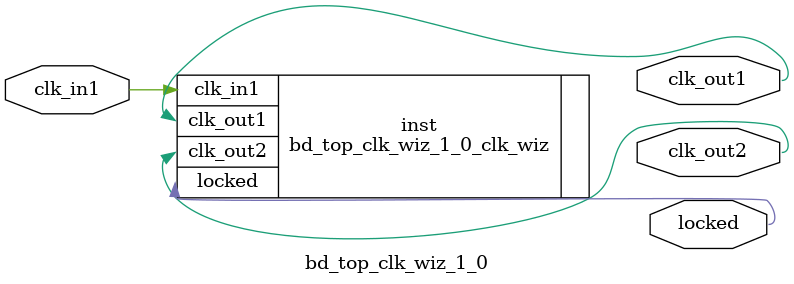
<source format=v>


`timescale 1ps/1ps

(* CORE_GENERATION_INFO = "bd_top_clk_wiz_1_0,clk_wiz_v6_0_14_0_0,{component_name=bd_top_clk_wiz_1_0,use_phase_alignment=true,use_min_o_jitter=false,use_max_i_jitter=false,use_dyn_phase_shift=false,use_inclk_switchover=false,use_dyn_reconfig=false,enable_axi=0,feedback_source=FDBK_AUTO,PRIMITIVE=MMCM,num_out_clk=2,clkin1_period=10.000,clkin2_period=10.000,use_power_down=false,use_reset=false,use_locked=true,use_inclk_stopped=false,feedback_type=SINGLE,CLOCK_MGR_TYPE=NA,manual_override=false}" *)

module bd_top_clk_wiz_1_0 
 (
  // Clock out ports
  output        clk_out1,
  output        clk_out2,
  // Status and control signals
  output        locked,
 // Clock in ports
  input         clk_in1
 );

  bd_top_clk_wiz_1_0_clk_wiz inst
  (
  // Clock out ports  
  .clk_out1(clk_out1),
  .clk_out2(clk_out2),
  // Status and control signals               
  .locked(locked),
 // Clock in ports
  .clk_in1(clk_in1)
  );

endmodule

</source>
